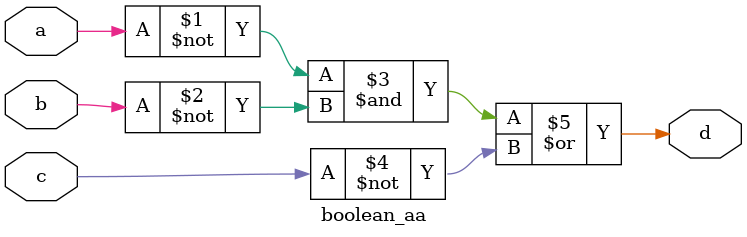
<source format=v>
`timescale 1ns / 1ps

module boolean_aa(a,b,c,d);
    input a,b,c;
    output d;
    assign d = (~a&~b)|~c;
endmodule

</source>
